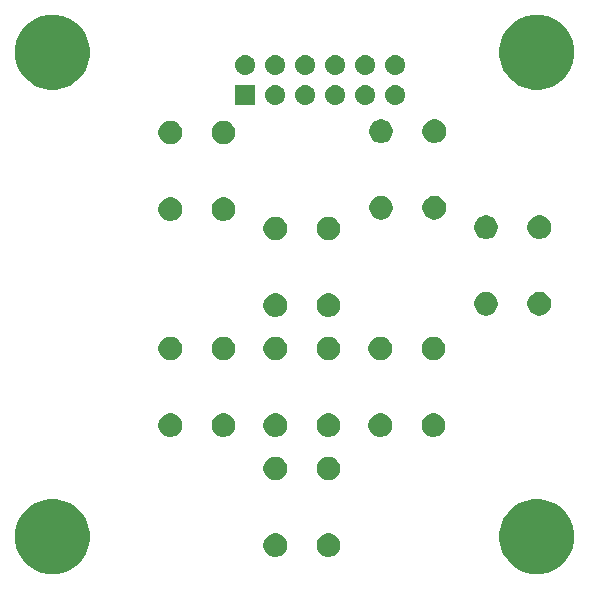
<source format=gbs>
G04 #@! TF.GenerationSoftware,KiCad,Pcbnew,(5.0.2)-1*
G04 #@! TF.CreationDate,2019-09-26T13:37:58-04:00*
G04 #@! TF.ProjectId,JoyPad,4a6f7950-6164-42e6-9b69-6361645f7063,X1*
G04 #@! TF.SameCoordinates,Original*
G04 #@! TF.FileFunction,Soldermask,Bot*
G04 #@! TF.FilePolarity,Negative*
%FSLAX46Y46*%
G04 Gerber Fmt 4.6, Leading zero omitted, Abs format (unit mm)*
G04 Created by KiCad (PCBNEW (5.0.2)-1) date 9/26/2019 1:37:58 PM*
%MOMM*%
%LPD*%
G01*
G04 APERTURE LIST*
%ADD10C,0.150000*%
G04 APERTURE END LIST*
D10*
G36*
X45926112Y-41947013D02*
X46503925Y-42186351D01*
X47023947Y-42533819D01*
X47466181Y-42976053D01*
X47813649Y-43496075D01*
X48052987Y-44073888D01*
X48175000Y-44687288D01*
X48175000Y-45312712D01*
X48052987Y-45926112D01*
X47813649Y-46503925D01*
X47466181Y-47023947D01*
X47023947Y-47466181D01*
X46503925Y-47813649D01*
X45926112Y-48052987D01*
X45312712Y-48175000D01*
X44687288Y-48175000D01*
X44073888Y-48052987D01*
X43496075Y-47813649D01*
X42976053Y-47466181D01*
X42533819Y-47023947D01*
X42186351Y-46503925D01*
X41947013Y-45926112D01*
X41825000Y-45312712D01*
X41825000Y-44687288D01*
X41947013Y-44073888D01*
X42186351Y-43496075D01*
X42533819Y-42976053D01*
X42976053Y-42533819D01*
X43496075Y-42186351D01*
X44073888Y-41947013D01*
X44687288Y-41825000D01*
X45312712Y-41825000D01*
X45926112Y-41947013D01*
X45926112Y-41947013D01*
G37*
G36*
X4926112Y-41947013D02*
X5503925Y-42186351D01*
X6023947Y-42533819D01*
X6466181Y-42976053D01*
X6813649Y-43496075D01*
X7052987Y-44073888D01*
X7175000Y-44687288D01*
X7175000Y-45312712D01*
X7052987Y-45926112D01*
X6813649Y-46503925D01*
X6466181Y-47023947D01*
X6023947Y-47466181D01*
X5503925Y-47813649D01*
X4926112Y-48052987D01*
X4312712Y-48175000D01*
X3687288Y-48175000D01*
X3073888Y-48052987D01*
X2496075Y-47813649D01*
X1976053Y-47466181D01*
X1533819Y-47023947D01*
X1186351Y-46503925D01*
X947013Y-45926112D01*
X825000Y-45312712D01*
X825000Y-44687288D01*
X947013Y-44073888D01*
X1186351Y-43496075D01*
X1533819Y-42976053D01*
X1976053Y-42533819D01*
X2496075Y-42186351D01*
X3073888Y-41947013D01*
X3687288Y-41825000D01*
X4312712Y-41825000D01*
X4926112Y-41947013D01*
X4926112Y-41947013D01*
G37*
G36*
X27535770Y-44735372D02*
X27651689Y-44758429D01*
X27833678Y-44833811D01*
X27997463Y-44943249D01*
X28136751Y-45082537D01*
X28246189Y-45246322D01*
X28321571Y-45428311D01*
X28360000Y-45621509D01*
X28360000Y-45818491D01*
X28321571Y-46011689D01*
X28246189Y-46193678D01*
X28136751Y-46357463D01*
X27997463Y-46496751D01*
X27833678Y-46606189D01*
X27651689Y-46681571D01*
X27535770Y-46704628D01*
X27458493Y-46720000D01*
X27261507Y-46720000D01*
X27184230Y-46704628D01*
X27068311Y-46681571D01*
X26886322Y-46606189D01*
X26722537Y-46496751D01*
X26583249Y-46357463D01*
X26473811Y-46193678D01*
X26398429Y-46011689D01*
X26360000Y-45818491D01*
X26360000Y-45621509D01*
X26398429Y-45428311D01*
X26473811Y-45246322D01*
X26583249Y-45082537D01*
X26722537Y-44943249D01*
X26886322Y-44833811D01*
X27068311Y-44758429D01*
X27184230Y-44735372D01*
X27261507Y-44720000D01*
X27458493Y-44720000D01*
X27535770Y-44735372D01*
X27535770Y-44735372D01*
G37*
G36*
X23035770Y-44735372D02*
X23151689Y-44758429D01*
X23333678Y-44833811D01*
X23497463Y-44943249D01*
X23636751Y-45082537D01*
X23746189Y-45246322D01*
X23821571Y-45428311D01*
X23860000Y-45621509D01*
X23860000Y-45818491D01*
X23821571Y-46011689D01*
X23746189Y-46193678D01*
X23636751Y-46357463D01*
X23497463Y-46496751D01*
X23333678Y-46606189D01*
X23151689Y-46681571D01*
X23035770Y-46704628D01*
X22958493Y-46720000D01*
X22761507Y-46720000D01*
X22684230Y-46704628D01*
X22568311Y-46681571D01*
X22386322Y-46606189D01*
X22222537Y-46496751D01*
X22083249Y-46357463D01*
X21973811Y-46193678D01*
X21898429Y-46011689D01*
X21860000Y-45818491D01*
X21860000Y-45621509D01*
X21898429Y-45428311D01*
X21973811Y-45246322D01*
X22083249Y-45082537D01*
X22222537Y-44943249D01*
X22386322Y-44833811D01*
X22568311Y-44758429D01*
X22684230Y-44735372D01*
X22761507Y-44720000D01*
X22958493Y-44720000D01*
X23035770Y-44735372D01*
X23035770Y-44735372D01*
G37*
G36*
X27535770Y-38235372D02*
X27651689Y-38258429D01*
X27833678Y-38333811D01*
X27997463Y-38443249D01*
X28136751Y-38582537D01*
X28246189Y-38746322D01*
X28321571Y-38928311D01*
X28360000Y-39121509D01*
X28360000Y-39318491D01*
X28321571Y-39511689D01*
X28246189Y-39693678D01*
X28136751Y-39857463D01*
X27997463Y-39996751D01*
X27833678Y-40106189D01*
X27651689Y-40181571D01*
X27535770Y-40204628D01*
X27458493Y-40220000D01*
X27261507Y-40220000D01*
X27184230Y-40204628D01*
X27068311Y-40181571D01*
X26886322Y-40106189D01*
X26722537Y-39996751D01*
X26583249Y-39857463D01*
X26473811Y-39693678D01*
X26398429Y-39511689D01*
X26360000Y-39318491D01*
X26360000Y-39121509D01*
X26398429Y-38928311D01*
X26473811Y-38746322D01*
X26583249Y-38582537D01*
X26722537Y-38443249D01*
X26886322Y-38333811D01*
X27068311Y-38258429D01*
X27184230Y-38235372D01*
X27261507Y-38220000D01*
X27458493Y-38220000D01*
X27535770Y-38235372D01*
X27535770Y-38235372D01*
G37*
G36*
X23035770Y-38235372D02*
X23151689Y-38258429D01*
X23333678Y-38333811D01*
X23497463Y-38443249D01*
X23636751Y-38582537D01*
X23746189Y-38746322D01*
X23821571Y-38928311D01*
X23860000Y-39121509D01*
X23860000Y-39318491D01*
X23821571Y-39511689D01*
X23746189Y-39693678D01*
X23636751Y-39857463D01*
X23497463Y-39996751D01*
X23333678Y-40106189D01*
X23151689Y-40181571D01*
X23035770Y-40204628D01*
X22958493Y-40220000D01*
X22761507Y-40220000D01*
X22684230Y-40204628D01*
X22568311Y-40181571D01*
X22386322Y-40106189D01*
X22222537Y-39996751D01*
X22083249Y-39857463D01*
X21973811Y-39693678D01*
X21898429Y-39511689D01*
X21860000Y-39318491D01*
X21860000Y-39121509D01*
X21898429Y-38928311D01*
X21973811Y-38746322D01*
X22083249Y-38582537D01*
X22222537Y-38443249D01*
X22386322Y-38333811D01*
X22568311Y-38258429D01*
X22684230Y-38235372D01*
X22761507Y-38220000D01*
X22958493Y-38220000D01*
X23035770Y-38235372D01*
X23035770Y-38235372D01*
G37*
G36*
X31925770Y-34575372D02*
X32041689Y-34598429D01*
X32223678Y-34673811D01*
X32387463Y-34783249D01*
X32526751Y-34922537D01*
X32636189Y-35086322D01*
X32711571Y-35268311D01*
X32750000Y-35461509D01*
X32750000Y-35658491D01*
X32711571Y-35851689D01*
X32636189Y-36033678D01*
X32526751Y-36197463D01*
X32387463Y-36336751D01*
X32223678Y-36446189D01*
X32041689Y-36521571D01*
X31925770Y-36544628D01*
X31848493Y-36560000D01*
X31651507Y-36560000D01*
X31574230Y-36544628D01*
X31458311Y-36521571D01*
X31276322Y-36446189D01*
X31112537Y-36336751D01*
X30973249Y-36197463D01*
X30863811Y-36033678D01*
X30788429Y-35851689D01*
X30750000Y-35658491D01*
X30750000Y-35461509D01*
X30788429Y-35268311D01*
X30863811Y-35086322D01*
X30973249Y-34922537D01*
X31112537Y-34783249D01*
X31276322Y-34673811D01*
X31458311Y-34598429D01*
X31574230Y-34575372D01*
X31651507Y-34560000D01*
X31848493Y-34560000D01*
X31925770Y-34575372D01*
X31925770Y-34575372D01*
G37*
G36*
X36425770Y-34575372D02*
X36541689Y-34598429D01*
X36723678Y-34673811D01*
X36887463Y-34783249D01*
X37026751Y-34922537D01*
X37136189Y-35086322D01*
X37211571Y-35268311D01*
X37250000Y-35461509D01*
X37250000Y-35658491D01*
X37211571Y-35851689D01*
X37136189Y-36033678D01*
X37026751Y-36197463D01*
X36887463Y-36336751D01*
X36723678Y-36446189D01*
X36541689Y-36521571D01*
X36425770Y-36544628D01*
X36348493Y-36560000D01*
X36151507Y-36560000D01*
X36074230Y-36544628D01*
X35958311Y-36521571D01*
X35776322Y-36446189D01*
X35612537Y-36336751D01*
X35473249Y-36197463D01*
X35363811Y-36033678D01*
X35288429Y-35851689D01*
X35250000Y-35658491D01*
X35250000Y-35461509D01*
X35288429Y-35268311D01*
X35363811Y-35086322D01*
X35473249Y-34922537D01*
X35612537Y-34783249D01*
X35776322Y-34673811D01*
X35958311Y-34598429D01*
X36074230Y-34575372D01*
X36151507Y-34560000D01*
X36348493Y-34560000D01*
X36425770Y-34575372D01*
X36425770Y-34575372D01*
G37*
G36*
X27535770Y-34575372D02*
X27651689Y-34598429D01*
X27833678Y-34673811D01*
X27997463Y-34783249D01*
X28136751Y-34922537D01*
X28246189Y-35086322D01*
X28321571Y-35268311D01*
X28360000Y-35461509D01*
X28360000Y-35658491D01*
X28321571Y-35851689D01*
X28246189Y-36033678D01*
X28136751Y-36197463D01*
X27997463Y-36336751D01*
X27833678Y-36446189D01*
X27651689Y-36521571D01*
X27535770Y-36544628D01*
X27458493Y-36560000D01*
X27261507Y-36560000D01*
X27184230Y-36544628D01*
X27068311Y-36521571D01*
X26886322Y-36446189D01*
X26722537Y-36336751D01*
X26583249Y-36197463D01*
X26473811Y-36033678D01*
X26398429Y-35851689D01*
X26360000Y-35658491D01*
X26360000Y-35461509D01*
X26398429Y-35268311D01*
X26473811Y-35086322D01*
X26583249Y-34922537D01*
X26722537Y-34783249D01*
X26886322Y-34673811D01*
X27068311Y-34598429D01*
X27184230Y-34575372D01*
X27261507Y-34560000D01*
X27458493Y-34560000D01*
X27535770Y-34575372D01*
X27535770Y-34575372D01*
G37*
G36*
X23035770Y-34575372D02*
X23151689Y-34598429D01*
X23333678Y-34673811D01*
X23497463Y-34783249D01*
X23636751Y-34922537D01*
X23746189Y-35086322D01*
X23821571Y-35268311D01*
X23860000Y-35461509D01*
X23860000Y-35658491D01*
X23821571Y-35851689D01*
X23746189Y-36033678D01*
X23636751Y-36197463D01*
X23497463Y-36336751D01*
X23333678Y-36446189D01*
X23151689Y-36521571D01*
X23035770Y-36544628D01*
X22958493Y-36560000D01*
X22761507Y-36560000D01*
X22684230Y-36544628D01*
X22568311Y-36521571D01*
X22386322Y-36446189D01*
X22222537Y-36336751D01*
X22083249Y-36197463D01*
X21973811Y-36033678D01*
X21898429Y-35851689D01*
X21860000Y-35658491D01*
X21860000Y-35461509D01*
X21898429Y-35268311D01*
X21973811Y-35086322D01*
X22083249Y-34922537D01*
X22222537Y-34783249D01*
X22386322Y-34673811D01*
X22568311Y-34598429D01*
X22684230Y-34575372D01*
X22761507Y-34560000D01*
X22958493Y-34560000D01*
X23035770Y-34575372D01*
X23035770Y-34575372D01*
G37*
G36*
X14145770Y-34575372D02*
X14261689Y-34598429D01*
X14443678Y-34673811D01*
X14607463Y-34783249D01*
X14746751Y-34922537D01*
X14856189Y-35086322D01*
X14931571Y-35268311D01*
X14970000Y-35461509D01*
X14970000Y-35658491D01*
X14931571Y-35851689D01*
X14856189Y-36033678D01*
X14746751Y-36197463D01*
X14607463Y-36336751D01*
X14443678Y-36446189D01*
X14261689Y-36521571D01*
X14145770Y-36544628D01*
X14068493Y-36560000D01*
X13871507Y-36560000D01*
X13794230Y-36544628D01*
X13678311Y-36521571D01*
X13496322Y-36446189D01*
X13332537Y-36336751D01*
X13193249Y-36197463D01*
X13083811Y-36033678D01*
X13008429Y-35851689D01*
X12970000Y-35658491D01*
X12970000Y-35461509D01*
X13008429Y-35268311D01*
X13083811Y-35086322D01*
X13193249Y-34922537D01*
X13332537Y-34783249D01*
X13496322Y-34673811D01*
X13678311Y-34598429D01*
X13794230Y-34575372D01*
X13871507Y-34560000D01*
X14068493Y-34560000D01*
X14145770Y-34575372D01*
X14145770Y-34575372D01*
G37*
G36*
X18645770Y-34575372D02*
X18761689Y-34598429D01*
X18943678Y-34673811D01*
X19107463Y-34783249D01*
X19246751Y-34922537D01*
X19356189Y-35086322D01*
X19431571Y-35268311D01*
X19470000Y-35461509D01*
X19470000Y-35658491D01*
X19431571Y-35851689D01*
X19356189Y-36033678D01*
X19246751Y-36197463D01*
X19107463Y-36336751D01*
X18943678Y-36446189D01*
X18761689Y-36521571D01*
X18645770Y-36544628D01*
X18568493Y-36560000D01*
X18371507Y-36560000D01*
X18294230Y-36544628D01*
X18178311Y-36521571D01*
X17996322Y-36446189D01*
X17832537Y-36336751D01*
X17693249Y-36197463D01*
X17583811Y-36033678D01*
X17508429Y-35851689D01*
X17470000Y-35658491D01*
X17470000Y-35461509D01*
X17508429Y-35268311D01*
X17583811Y-35086322D01*
X17693249Y-34922537D01*
X17832537Y-34783249D01*
X17996322Y-34673811D01*
X18178311Y-34598429D01*
X18294230Y-34575372D01*
X18371507Y-34560000D01*
X18568493Y-34560000D01*
X18645770Y-34575372D01*
X18645770Y-34575372D01*
G37*
G36*
X18645770Y-28075372D02*
X18761689Y-28098429D01*
X18943678Y-28173811D01*
X19107463Y-28283249D01*
X19246751Y-28422537D01*
X19356189Y-28586322D01*
X19431571Y-28768311D01*
X19470000Y-28961509D01*
X19470000Y-29158491D01*
X19431571Y-29351689D01*
X19356189Y-29533678D01*
X19246751Y-29697463D01*
X19107463Y-29836751D01*
X18943678Y-29946189D01*
X18761689Y-30021571D01*
X18645770Y-30044628D01*
X18568493Y-30060000D01*
X18371507Y-30060000D01*
X18294230Y-30044628D01*
X18178311Y-30021571D01*
X17996322Y-29946189D01*
X17832537Y-29836751D01*
X17693249Y-29697463D01*
X17583811Y-29533678D01*
X17508429Y-29351689D01*
X17470000Y-29158491D01*
X17470000Y-28961509D01*
X17508429Y-28768311D01*
X17583811Y-28586322D01*
X17693249Y-28422537D01*
X17832537Y-28283249D01*
X17996322Y-28173811D01*
X18178311Y-28098429D01*
X18294230Y-28075372D01*
X18371507Y-28060000D01*
X18568493Y-28060000D01*
X18645770Y-28075372D01*
X18645770Y-28075372D01*
G37*
G36*
X36425770Y-28075372D02*
X36541689Y-28098429D01*
X36723678Y-28173811D01*
X36887463Y-28283249D01*
X37026751Y-28422537D01*
X37136189Y-28586322D01*
X37211571Y-28768311D01*
X37250000Y-28961509D01*
X37250000Y-29158491D01*
X37211571Y-29351689D01*
X37136189Y-29533678D01*
X37026751Y-29697463D01*
X36887463Y-29836751D01*
X36723678Y-29946189D01*
X36541689Y-30021571D01*
X36425770Y-30044628D01*
X36348493Y-30060000D01*
X36151507Y-30060000D01*
X36074230Y-30044628D01*
X35958311Y-30021571D01*
X35776322Y-29946189D01*
X35612537Y-29836751D01*
X35473249Y-29697463D01*
X35363811Y-29533678D01*
X35288429Y-29351689D01*
X35250000Y-29158491D01*
X35250000Y-28961509D01*
X35288429Y-28768311D01*
X35363811Y-28586322D01*
X35473249Y-28422537D01*
X35612537Y-28283249D01*
X35776322Y-28173811D01*
X35958311Y-28098429D01*
X36074230Y-28075372D01*
X36151507Y-28060000D01*
X36348493Y-28060000D01*
X36425770Y-28075372D01*
X36425770Y-28075372D01*
G37*
G36*
X31925770Y-28075372D02*
X32041689Y-28098429D01*
X32223678Y-28173811D01*
X32387463Y-28283249D01*
X32526751Y-28422537D01*
X32636189Y-28586322D01*
X32711571Y-28768311D01*
X32750000Y-28961509D01*
X32750000Y-29158491D01*
X32711571Y-29351689D01*
X32636189Y-29533678D01*
X32526751Y-29697463D01*
X32387463Y-29836751D01*
X32223678Y-29946189D01*
X32041689Y-30021571D01*
X31925770Y-30044628D01*
X31848493Y-30060000D01*
X31651507Y-30060000D01*
X31574230Y-30044628D01*
X31458311Y-30021571D01*
X31276322Y-29946189D01*
X31112537Y-29836751D01*
X30973249Y-29697463D01*
X30863811Y-29533678D01*
X30788429Y-29351689D01*
X30750000Y-29158491D01*
X30750000Y-28961509D01*
X30788429Y-28768311D01*
X30863811Y-28586322D01*
X30973249Y-28422537D01*
X31112537Y-28283249D01*
X31276322Y-28173811D01*
X31458311Y-28098429D01*
X31574230Y-28075372D01*
X31651507Y-28060000D01*
X31848493Y-28060000D01*
X31925770Y-28075372D01*
X31925770Y-28075372D01*
G37*
G36*
X27535770Y-28075372D02*
X27651689Y-28098429D01*
X27833678Y-28173811D01*
X27997463Y-28283249D01*
X28136751Y-28422537D01*
X28246189Y-28586322D01*
X28321571Y-28768311D01*
X28360000Y-28961509D01*
X28360000Y-29158491D01*
X28321571Y-29351689D01*
X28246189Y-29533678D01*
X28136751Y-29697463D01*
X27997463Y-29836751D01*
X27833678Y-29946189D01*
X27651689Y-30021571D01*
X27535770Y-30044628D01*
X27458493Y-30060000D01*
X27261507Y-30060000D01*
X27184230Y-30044628D01*
X27068311Y-30021571D01*
X26886322Y-29946189D01*
X26722537Y-29836751D01*
X26583249Y-29697463D01*
X26473811Y-29533678D01*
X26398429Y-29351689D01*
X26360000Y-29158491D01*
X26360000Y-28961509D01*
X26398429Y-28768311D01*
X26473811Y-28586322D01*
X26583249Y-28422537D01*
X26722537Y-28283249D01*
X26886322Y-28173811D01*
X27068311Y-28098429D01*
X27184230Y-28075372D01*
X27261507Y-28060000D01*
X27458493Y-28060000D01*
X27535770Y-28075372D01*
X27535770Y-28075372D01*
G37*
G36*
X23035770Y-28075372D02*
X23151689Y-28098429D01*
X23333678Y-28173811D01*
X23497463Y-28283249D01*
X23636751Y-28422537D01*
X23746189Y-28586322D01*
X23821571Y-28768311D01*
X23860000Y-28961509D01*
X23860000Y-29158491D01*
X23821571Y-29351689D01*
X23746189Y-29533678D01*
X23636751Y-29697463D01*
X23497463Y-29836751D01*
X23333678Y-29946189D01*
X23151689Y-30021571D01*
X23035770Y-30044628D01*
X22958493Y-30060000D01*
X22761507Y-30060000D01*
X22684230Y-30044628D01*
X22568311Y-30021571D01*
X22386322Y-29946189D01*
X22222537Y-29836751D01*
X22083249Y-29697463D01*
X21973811Y-29533678D01*
X21898429Y-29351689D01*
X21860000Y-29158491D01*
X21860000Y-28961509D01*
X21898429Y-28768311D01*
X21973811Y-28586322D01*
X22083249Y-28422537D01*
X22222537Y-28283249D01*
X22386322Y-28173811D01*
X22568311Y-28098429D01*
X22684230Y-28075372D01*
X22761507Y-28060000D01*
X22958493Y-28060000D01*
X23035770Y-28075372D01*
X23035770Y-28075372D01*
G37*
G36*
X14145770Y-28075372D02*
X14261689Y-28098429D01*
X14443678Y-28173811D01*
X14607463Y-28283249D01*
X14746751Y-28422537D01*
X14856189Y-28586322D01*
X14931571Y-28768311D01*
X14970000Y-28961509D01*
X14970000Y-29158491D01*
X14931571Y-29351689D01*
X14856189Y-29533678D01*
X14746751Y-29697463D01*
X14607463Y-29836751D01*
X14443678Y-29946189D01*
X14261689Y-30021571D01*
X14145770Y-30044628D01*
X14068493Y-30060000D01*
X13871507Y-30060000D01*
X13794230Y-30044628D01*
X13678311Y-30021571D01*
X13496322Y-29946189D01*
X13332537Y-29836751D01*
X13193249Y-29697463D01*
X13083811Y-29533678D01*
X13008429Y-29351689D01*
X12970000Y-29158491D01*
X12970000Y-28961509D01*
X13008429Y-28768311D01*
X13083811Y-28586322D01*
X13193249Y-28422537D01*
X13332537Y-28283249D01*
X13496322Y-28173811D01*
X13678311Y-28098429D01*
X13794230Y-28075372D01*
X13871507Y-28060000D01*
X14068493Y-28060000D01*
X14145770Y-28075372D01*
X14145770Y-28075372D01*
G37*
G36*
X27535770Y-24415372D02*
X27651689Y-24438429D01*
X27833678Y-24513811D01*
X27997463Y-24623249D01*
X28136751Y-24762537D01*
X28246189Y-24926322D01*
X28321571Y-25108311D01*
X28360000Y-25301509D01*
X28360000Y-25498491D01*
X28321571Y-25691689D01*
X28246189Y-25873678D01*
X28136751Y-26037463D01*
X27997463Y-26176751D01*
X27833678Y-26286189D01*
X27651689Y-26361571D01*
X27535770Y-26384628D01*
X27458493Y-26400000D01*
X27261507Y-26400000D01*
X27184230Y-26384628D01*
X27068311Y-26361571D01*
X26886322Y-26286189D01*
X26722537Y-26176751D01*
X26583249Y-26037463D01*
X26473811Y-25873678D01*
X26398429Y-25691689D01*
X26360000Y-25498491D01*
X26360000Y-25301509D01*
X26398429Y-25108311D01*
X26473811Y-24926322D01*
X26583249Y-24762537D01*
X26722537Y-24623249D01*
X26886322Y-24513811D01*
X27068311Y-24438429D01*
X27184230Y-24415372D01*
X27261507Y-24400000D01*
X27458493Y-24400000D01*
X27535770Y-24415372D01*
X27535770Y-24415372D01*
G37*
G36*
X23035770Y-24415372D02*
X23151689Y-24438429D01*
X23333678Y-24513811D01*
X23497463Y-24623249D01*
X23636751Y-24762537D01*
X23746189Y-24926322D01*
X23821571Y-25108311D01*
X23860000Y-25301509D01*
X23860000Y-25498491D01*
X23821571Y-25691689D01*
X23746189Y-25873678D01*
X23636751Y-26037463D01*
X23497463Y-26176751D01*
X23333678Y-26286189D01*
X23151689Y-26361571D01*
X23035770Y-26384628D01*
X22958493Y-26400000D01*
X22761507Y-26400000D01*
X22684230Y-26384628D01*
X22568311Y-26361571D01*
X22386322Y-26286189D01*
X22222537Y-26176751D01*
X22083249Y-26037463D01*
X21973811Y-25873678D01*
X21898429Y-25691689D01*
X21860000Y-25498491D01*
X21860000Y-25301509D01*
X21898429Y-25108311D01*
X21973811Y-24926322D01*
X22083249Y-24762537D01*
X22222537Y-24623249D01*
X22386322Y-24513811D01*
X22568311Y-24438429D01*
X22684230Y-24415372D01*
X22761507Y-24400000D01*
X22958493Y-24400000D01*
X23035770Y-24415372D01*
X23035770Y-24415372D01*
G37*
G36*
X40887770Y-24311372D02*
X41003689Y-24334429D01*
X41185678Y-24409811D01*
X41349463Y-24519249D01*
X41488751Y-24658537D01*
X41598189Y-24822322D01*
X41673571Y-25004311D01*
X41712000Y-25197509D01*
X41712000Y-25394491D01*
X41673571Y-25587689D01*
X41598189Y-25769678D01*
X41488751Y-25933463D01*
X41349463Y-26072751D01*
X41185678Y-26182189D01*
X41003689Y-26257571D01*
X40887770Y-26280628D01*
X40810493Y-26296000D01*
X40613507Y-26296000D01*
X40536230Y-26280628D01*
X40420311Y-26257571D01*
X40238322Y-26182189D01*
X40074537Y-26072751D01*
X39935249Y-25933463D01*
X39825811Y-25769678D01*
X39750429Y-25587689D01*
X39712000Y-25394491D01*
X39712000Y-25197509D01*
X39750429Y-25004311D01*
X39825811Y-24822322D01*
X39935249Y-24658537D01*
X40074537Y-24519249D01*
X40238322Y-24409811D01*
X40420311Y-24334429D01*
X40536230Y-24311372D01*
X40613507Y-24296000D01*
X40810493Y-24296000D01*
X40887770Y-24311372D01*
X40887770Y-24311372D01*
G37*
G36*
X45387770Y-24311372D02*
X45503689Y-24334429D01*
X45685678Y-24409811D01*
X45849463Y-24519249D01*
X45988751Y-24658537D01*
X46098189Y-24822322D01*
X46173571Y-25004311D01*
X46212000Y-25197509D01*
X46212000Y-25394491D01*
X46173571Y-25587689D01*
X46098189Y-25769678D01*
X45988751Y-25933463D01*
X45849463Y-26072751D01*
X45685678Y-26182189D01*
X45503689Y-26257571D01*
X45387770Y-26280628D01*
X45310493Y-26296000D01*
X45113507Y-26296000D01*
X45036230Y-26280628D01*
X44920311Y-26257571D01*
X44738322Y-26182189D01*
X44574537Y-26072751D01*
X44435249Y-25933463D01*
X44325811Y-25769678D01*
X44250429Y-25587689D01*
X44212000Y-25394491D01*
X44212000Y-25197509D01*
X44250429Y-25004311D01*
X44325811Y-24822322D01*
X44435249Y-24658537D01*
X44574537Y-24519249D01*
X44738322Y-24409811D01*
X44920311Y-24334429D01*
X45036230Y-24311372D01*
X45113507Y-24296000D01*
X45310493Y-24296000D01*
X45387770Y-24311372D01*
X45387770Y-24311372D01*
G37*
G36*
X27535770Y-17915372D02*
X27651689Y-17938429D01*
X27833678Y-18013811D01*
X27997463Y-18123249D01*
X28136751Y-18262537D01*
X28246189Y-18426322D01*
X28321571Y-18608311D01*
X28360000Y-18801509D01*
X28360000Y-18998491D01*
X28321571Y-19191689D01*
X28246189Y-19373678D01*
X28136751Y-19537463D01*
X27997463Y-19676751D01*
X27833678Y-19786189D01*
X27651689Y-19861571D01*
X27535770Y-19884628D01*
X27458493Y-19900000D01*
X27261507Y-19900000D01*
X27184230Y-19884628D01*
X27068311Y-19861571D01*
X26886322Y-19786189D01*
X26722537Y-19676751D01*
X26583249Y-19537463D01*
X26473811Y-19373678D01*
X26398429Y-19191689D01*
X26360000Y-18998491D01*
X26360000Y-18801509D01*
X26398429Y-18608311D01*
X26473811Y-18426322D01*
X26583249Y-18262537D01*
X26722537Y-18123249D01*
X26886322Y-18013811D01*
X27068311Y-17938429D01*
X27184230Y-17915372D01*
X27261507Y-17900000D01*
X27458493Y-17900000D01*
X27535770Y-17915372D01*
X27535770Y-17915372D01*
G37*
G36*
X23035770Y-17915372D02*
X23151689Y-17938429D01*
X23333678Y-18013811D01*
X23497463Y-18123249D01*
X23636751Y-18262537D01*
X23746189Y-18426322D01*
X23821571Y-18608311D01*
X23860000Y-18801509D01*
X23860000Y-18998491D01*
X23821571Y-19191689D01*
X23746189Y-19373678D01*
X23636751Y-19537463D01*
X23497463Y-19676751D01*
X23333678Y-19786189D01*
X23151689Y-19861571D01*
X23035770Y-19884628D01*
X22958493Y-19900000D01*
X22761507Y-19900000D01*
X22684230Y-19884628D01*
X22568311Y-19861571D01*
X22386322Y-19786189D01*
X22222537Y-19676751D01*
X22083249Y-19537463D01*
X21973811Y-19373678D01*
X21898429Y-19191689D01*
X21860000Y-18998491D01*
X21860000Y-18801509D01*
X21898429Y-18608311D01*
X21973811Y-18426322D01*
X22083249Y-18262537D01*
X22222537Y-18123249D01*
X22386322Y-18013811D01*
X22568311Y-17938429D01*
X22684230Y-17915372D01*
X22761507Y-17900000D01*
X22958493Y-17900000D01*
X23035770Y-17915372D01*
X23035770Y-17915372D01*
G37*
G36*
X40887770Y-17811372D02*
X41003689Y-17834429D01*
X41185678Y-17909811D01*
X41349463Y-18019249D01*
X41488751Y-18158537D01*
X41598189Y-18322322D01*
X41673571Y-18504311D01*
X41712000Y-18697509D01*
X41712000Y-18894491D01*
X41673571Y-19087689D01*
X41598189Y-19269678D01*
X41488751Y-19433463D01*
X41349463Y-19572751D01*
X41185678Y-19682189D01*
X41003689Y-19757571D01*
X40887770Y-19780628D01*
X40810493Y-19796000D01*
X40613507Y-19796000D01*
X40536230Y-19780628D01*
X40420311Y-19757571D01*
X40238322Y-19682189D01*
X40074537Y-19572751D01*
X39935249Y-19433463D01*
X39825811Y-19269678D01*
X39750429Y-19087689D01*
X39712000Y-18894491D01*
X39712000Y-18697509D01*
X39750429Y-18504311D01*
X39825811Y-18322322D01*
X39935249Y-18158537D01*
X40074537Y-18019249D01*
X40238322Y-17909811D01*
X40420311Y-17834429D01*
X40536230Y-17811372D01*
X40613507Y-17796000D01*
X40810493Y-17796000D01*
X40887770Y-17811372D01*
X40887770Y-17811372D01*
G37*
G36*
X45387770Y-17811372D02*
X45503689Y-17834429D01*
X45685678Y-17909811D01*
X45849463Y-18019249D01*
X45988751Y-18158537D01*
X46098189Y-18322322D01*
X46173571Y-18504311D01*
X46212000Y-18697509D01*
X46212000Y-18894491D01*
X46173571Y-19087689D01*
X46098189Y-19269678D01*
X45988751Y-19433463D01*
X45849463Y-19572751D01*
X45685678Y-19682189D01*
X45503689Y-19757571D01*
X45387770Y-19780628D01*
X45310493Y-19796000D01*
X45113507Y-19796000D01*
X45036230Y-19780628D01*
X44920311Y-19757571D01*
X44738322Y-19682189D01*
X44574537Y-19572751D01*
X44435249Y-19433463D01*
X44325811Y-19269678D01*
X44250429Y-19087689D01*
X44212000Y-18894491D01*
X44212000Y-18697509D01*
X44250429Y-18504311D01*
X44325811Y-18322322D01*
X44435249Y-18158537D01*
X44574537Y-18019249D01*
X44738322Y-17909811D01*
X44920311Y-17834429D01*
X45036230Y-17811372D01*
X45113507Y-17796000D01*
X45310493Y-17796000D01*
X45387770Y-17811372D01*
X45387770Y-17811372D01*
G37*
G36*
X18645770Y-16287372D02*
X18761689Y-16310429D01*
X18943678Y-16385811D01*
X19107463Y-16495249D01*
X19246751Y-16634537D01*
X19356189Y-16798322D01*
X19431571Y-16980311D01*
X19470000Y-17173509D01*
X19470000Y-17370491D01*
X19431571Y-17563689D01*
X19356189Y-17745678D01*
X19246751Y-17909463D01*
X19107463Y-18048751D01*
X18943678Y-18158189D01*
X18761689Y-18233571D01*
X18645770Y-18256628D01*
X18568493Y-18272000D01*
X18371507Y-18272000D01*
X18294230Y-18256628D01*
X18178311Y-18233571D01*
X17996322Y-18158189D01*
X17832537Y-18048751D01*
X17693249Y-17909463D01*
X17583811Y-17745678D01*
X17508429Y-17563689D01*
X17470000Y-17370491D01*
X17470000Y-17173509D01*
X17508429Y-16980311D01*
X17583811Y-16798322D01*
X17693249Y-16634537D01*
X17832537Y-16495249D01*
X17996322Y-16385811D01*
X18178311Y-16310429D01*
X18294230Y-16287372D01*
X18371507Y-16272000D01*
X18568493Y-16272000D01*
X18645770Y-16287372D01*
X18645770Y-16287372D01*
G37*
G36*
X14145770Y-16287372D02*
X14261689Y-16310429D01*
X14443678Y-16385811D01*
X14607463Y-16495249D01*
X14746751Y-16634537D01*
X14856189Y-16798322D01*
X14931571Y-16980311D01*
X14970000Y-17173509D01*
X14970000Y-17370491D01*
X14931571Y-17563689D01*
X14856189Y-17745678D01*
X14746751Y-17909463D01*
X14607463Y-18048751D01*
X14443678Y-18158189D01*
X14261689Y-18233571D01*
X14145770Y-18256628D01*
X14068493Y-18272000D01*
X13871507Y-18272000D01*
X13794230Y-18256628D01*
X13678311Y-18233571D01*
X13496322Y-18158189D01*
X13332537Y-18048751D01*
X13193249Y-17909463D01*
X13083811Y-17745678D01*
X13008429Y-17563689D01*
X12970000Y-17370491D01*
X12970000Y-17173509D01*
X13008429Y-16980311D01*
X13083811Y-16798322D01*
X13193249Y-16634537D01*
X13332537Y-16495249D01*
X13496322Y-16385811D01*
X13678311Y-16310429D01*
X13794230Y-16287372D01*
X13871507Y-16272000D01*
X14068493Y-16272000D01*
X14145770Y-16287372D01*
X14145770Y-16287372D01*
G37*
G36*
X36497770Y-16183372D02*
X36613689Y-16206429D01*
X36795678Y-16281811D01*
X36959463Y-16391249D01*
X37098751Y-16530537D01*
X37208189Y-16694322D01*
X37283571Y-16876311D01*
X37322000Y-17069509D01*
X37322000Y-17266491D01*
X37283571Y-17459689D01*
X37208189Y-17641678D01*
X37098751Y-17805463D01*
X36959463Y-17944751D01*
X36795678Y-18054189D01*
X36613689Y-18129571D01*
X36497770Y-18152628D01*
X36420493Y-18168000D01*
X36223507Y-18168000D01*
X36146230Y-18152628D01*
X36030311Y-18129571D01*
X35848322Y-18054189D01*
X35684537Y-17944751D01*
X35545249Y-17805463D01*
X35435811Y-17641678D01*
X35360429Y-17459689D01*
X35322000Y-17266491D01*
X35322000Y-17069509D01*
X35360429Y-16876311D01*
X35435811Y-16694322D01*
X35545249Y-16530537D01*
X35684537Y-16391249D01*
X35848322Y-16281811D01*
X36030311Y-16206429D01*
X36146230Y-16183372D01*
X36223507Y-16168000D01*
X36420493Y-16168000D01*
X36497770Y-16183372D01*
X36497770Y-16183372D01*
G37*
G36*
X31997770Y-16183372D02*
X32113689Y-16206429D01*
X32295678Y-16281811D01*
X32459463Y-16391249D01*
X32598751Y-16530537D01*
X32708189Y-16694322D01*
X32783571Y-16876311D01*
X32822000Y-17069509D01*
X32822000Y-17266491D01*
X32783571Y-17459689D01*
X32708189Y-17641678D01*
X32598751Y-17805463D01*
X32459463Y-17944751D01*
X32295678Y-18054189D01*
X32113689Y-18129571D01*
X31997770Y-18152628D01*
X31920493Y-18168000D01*
X31723507Y-18168000D01*
X31646230Y-18152628D01*
X31530311Y-18129571D01*
X31348322Y-18054189D01*
X31184537Y-17944751D01*
X31045249Y-17805463D01*
X30935811Y-17641678D01*
X30860429Y-17459689D01*
X30822000Y-17266491D01*
X30822000Y-17069509D01*
X30860429Y-16876311D01*
X30935811Y-16694322D01*
X31045249Y-16530537D01*
X31184537Y-16391249D01*
X31348322Y-16281811D01*
X31530311Y-16206429D01*
X31646230Y-16183372D01*
X31723507Y-16168000D01*
X31920493Y-16168000D01*
X31997770Y-16183372D01*
X31997770Y-16183372D01*
G37*
G36*
X18645770Y-9787372D02*
X18761689Y-9810429D01*
X18943678Y-9885811D01*
X19107463Y-9995249D01*
X19246751Y-10134537D01*
X19356189Y-10298322D01*
X19431571Y-10480311D01*
X19470000Y-10673509D01*
X19470000Y-10870491D01*
X19431571Y-11063689D01*
X19356189Y-11245678D01*
X19246751Y-11409463D01*
X19107463Y-11548751D01*
X18943678Y-11658189D01*
X18761689Y-11733571D01*
X18645770Y-11756628D01*
X18568493Y-11772000D01*
X18371507Y-11772000D01*
X18294230Y-11756628D01*
X18178311Y-11733571D01*
X17996322Y-11658189D01*
X17832537Y-11548751D01*
X17693249Y-11409463D01*
X17583811Y-11245678D01*
X17508429Y-11063689D01*
X17470000Y-10870491D01*
X17470000Y-10673509D01*
X17508429Y-10480311D01*
X17583811Y-10298322D01*
X17693249Y-10134537D01*
X17832537Y-9995249D01*
X17996322Y-9885811D01*
X18178311Y-9810429D01*
X18294230Y-9787372D01*
X18371507Y-9772000D01*
X18568493Y-9772000D01*
X18645770Y-9787372D01*
X18645770Y-9787372D01*
G37*
G36*
X14145770Y-9787372D02*
X14261689Y-9810429D01*
X14443678Y-9885811D01*
X14607463Y-9995249D01*
X14746751Y-10134537D01*
X14856189Y-10298322D01*
X14931571Y-10480311D01*
X14970000Y-10673509D01*
X14970000Y-10870491D01*
X14931571Y-11063689D01*
X14856189Y-11245678D01*
X14746751Y-11409463D01*
X14607463Y-11548751D01*
X14443678Y-11658189D01*
X14261689Y-11733571D01*
X14145770Y-11756628D01*
X14068493Y-11772000D01*
X13871507Y-11772000D01*
X13794230Y-11756628D01*
X13678311Y-11733571D01*
X13496322Y-11658189D01*
X13332537Y-11548751D01*
X13193249Y-11409463D01*
X13083811Y-11245678D01*
X13008429Y-11063689D01*
X12970000Y-10870491D01*
X12970000Y-10673509D01*
X13008429Y-10480311D01*
X13083811Y-10298322D01*
X13193249Y-10134537D01*
X13332537Y-9995249D01*
X13496322Y-9885811D01*
X13678311Y-9810429D01*
X13794230Y-9787372D01*
X13871507Y-9772000D01*
X14068493Y-9772000D01*
X14145770Y-9787372D01*
X14145770Y-9787372D01*
G37*
G36*
X36497770Y-9683372D02*
X36613689Y-9706429D01*
X36795678Y-9781811D01*
X36959463Y-9891249D01*
X37098751Y-10030537D01*
X37208189Y-10194322D01*
X37283571Y-10376311D01*
X37322000Y-10569509D01*
X37322000Y-10766491D01*
X37283571Y-10959689D01*
X37208189Y-11141678D01*
X37098751Y-11305463D01*
X36959463Y-11444751D01*
X36795678Y-11554189D01*
X36613689Y-11629571D01*
X36497770Y-11652628D01*
X36420493Y-11668000D01*
X36223507Y-11668000D01*
X36146230Y-11652628D01*
X36030311Y-11629571D01*
X35848322Y-11554189D01*
X35684537Y-11444751D01*
X35545249Y-11305463D01*
X35435811Y-11141678D01*
X35360429Y-10959689D01*
X35322000Y-10766491D01*
X35322000Y-10569509D01*
X35360429Y-10376311D01*
X35435811Y-10194322D01*
X35545249Y-10030537D01*
X35684537Y-9891249D01*
X35848322Y-9781811D01*
X36030311Y-9706429D01*
X36146230Y-9683372D01*
X36223507Y-9668000D01*
X36420493Y-9668000D01*
X36497770Y-9683372D01*
X36497770Y-9683372D01*
G37*
G36*
X31997770Y-9683372D02*
X32113689Y-9706429D01*
X32295678Y-9781811D01*
X32459463Y-9891249D01*
X32598751Y-10030537D01*
X32708189Y-10194322D01*
X32783571Y-10376311D01*
X32822000Y-10569509D01*
X32822000Y-10766491D01*
X32783571Y-10959689D01*
X32708189Y-11141678D01*
X32598751Y-11305463D01*
X32459463Y-11444751D01*
X32295678Y-11554189D01*
X32113689Y-11629571D01*
X31997770Y-11652628D01*
X31920493Y-11668000D01*
X31723507Y-11668000D01*
X31646230Y-11652628D01*
X31530311Y-11629571D01*
X31348322Y-11554189D01*
X31184537Y-11444751D01*
X31045249Y-11305463D01*
X30935811Y-11141678D01*
X30860429Y-10959689D01*
X30822000Y-10766491D01*
X30822000Y-10569509D01*
X30860429Y-10376311D01*
X30935811Y-10194322D01*
X31045249Y-10030537D01*
X31184537Y-9891249D01*
X31348322Y-9781811D01*
X31530311Y-9706429D01*
X31646230Y-9683372D01*
X31723507Y-9668000D01*
X31920493Y-9668000D01*
X31997770Y-9683372D01*
X31997770Y-9683372D01*
G37*
G36*
X33186630Y-6782299D02*
X33346855Y-6830903D01*
X33494520Y-6909831D01*
X33623949Y-7016051D01*
X33730169Y-7145480D01*
X33809097Y-7293145D01*
X33857701Y-7453370D01*
X33874112Y-7620000D01*
X33857701Y-7786630D01*
X33809097Y-7946855D01*
X33730169Y-8094520D01*
X33623949Y-8223949D01*
X33494520Y-8330169D01*
X33346855Y-8409097D01*
X33186630Y-8457701D01*
X33061752Y-8470000D01*
X32978248Y-8470000D01*
X32853370Y-8457701D01*
X32693145Y-8409097D01*
X32545480Y-8330169D01*
X32416051Y-8223949D01*
X32309831Y-8094520D01*
X32230903Y-7946855D01*
X32182299Y-7786630D01*
X32165888Y-7620000D01*
X32182299Y-7453370D01*
X32230903Y-7293145D01*
X32309831Y-7145480D01*
X32416051Y-7016051D01*
X32545480Y-6909831D01*
X32693145Y-6830903D01*
X32853370Y-6782299D01*
X32978248Y-6770000D01*
X33061752Y-6770000D01*
X33186630Y-6782299D01*
X33186630Y-6782299D01*
G37*
G36*
X25566630Y-6782299D02*
X25726855Y-6830903D01*
X25874520Y-6909831D01*
X26003949Y-7016051D01*
X26110169Y-7145480D01*
X26189097Y-7293145D01*
X26237701Y-7453370D01*
X26254112Y-7620000D01*
X26237701Y-7786630D01*
X26189097Y-7946855D01*
X26110169Y-8094520D01*
X26003949Y-8223949D01*
X25874520Y-8330169D01*
X25726855Y-8409097D01*
X25566630Y-8457701D01*
X25441752Y-8470000D01*
X25358248Y-8470000D01*
X25233370Y-8457701D01*
X25073145Y-8409097D01*
X24925480Y-8330169D01*
X24796051Y-8223949D01*
X24689831Y-8094520D01*
X24610903Y-7946855D01*
X24562299Y-7786630D01*
X24545888Y-7620000D01*
X24562299Y-7453370D01*
X24610903Y-7293145D01*
X24689831Y-7145480D01*
X24796051Y-7016051D01*
X24925480Y-6909831D01*
X25073145Y-6830903D01*
X25233370Y-6782299D01*
X25358248Y-6770000D01*
X25441752Y-6770000D01*
X25566630Y-6782299D01*
X25566630Y-6782299D01*
G37*
G36*
X28106630Y-6782299D02*
X28266855Y-6830903D01*
X28414520Y-6909831D01*
X28543949Y-7016051D01*
X28650169Y-7145480D01*
X28729097Y-7293145D01*
X28777701Y-7453370D01*
X28794112Y-7620000D01*
X28777701Y-7786630D01*
X28729097Y-7946855D01*
X28650169Y-8094520D01*
X28543949Y-8223949D01*
X28414520Y-8330169D01*
X28266855Y-8409097D01*
X28106630Y-8457701D01*
X27981752Y-8470000D01*
X27898248Y-8470000D01*
X27773370Y-8457701D01*
X27613145Y-8409097D01*
X27465480Y-8330169D01*
X27336051Y-8223949D01*
X27229831Y-8094520D01*
X27150903Y-7946855D01*
X27102299Y-7786630D01*
X27085888Y-7620000D01*
X27102299Y-7453370D01*
X27150903Y-7293145D01*
X27229831Y-7145480D01*
X27336051Y-7016051D01*
X27465480Y-6909831D01*
X27613145Y-6830903D01*
X27773370Y-6782299D01*
X27898248Y-6770000D01*
X27981752Y-6770000D01*
X28106630Y-6782299D01*
X28106630Y-6782299D01*
G37*
G36*
X30646630Y-6782299D02*
X30806855Y-6830903D01*
X30954520Y-6909831D01*
X31083949Y-7016051D01*
X31190169Y-7145480D01*
X31269097Y-7293145D01*
X31317701Y-7453370D01*
X31334112Y-7620000D01*
X31317701Y-7786630D01*
X31269097Y-7946855D01*
X31190169Y-8094520D01*
X31083949Y-8223949D01*
X30954520Y-8330169D01*
X30806855Y-8409097D01*
X30646630Y-8457701D01*
X30521752Y-8470000D01*
X30438248Y-8470000D01*
X30313370Y-8457701D01*
X30153145Y-8409097D01*
X30005480Y-8330169D01*
X29876051Y-8223949D01*
X29769831Y-8094520D01*
X29690903Y-7946855D01*
X29642299Y-7786630D01*
X29625888Y-7620000D01*
X29642299Y-7453370D01*
X29690903Y-7293145D01*
X29769831Y-7145480D01*
X29876051Y-7016051D01*
X30005480Y-6909831D01*
X30153145Y-6830903D01*
X30313370Y-6782299D01*
X30438248Y-6770000D01*
X30521752Y-6770000D01*
X30646630Y-6782299D01*
X30646630Y-6782299D01*
G37*
G36*
X21170000Y-8470000D02*
X19470000Y-8470000D01*
X19470000Y-6770000D01*
X21170000Y-6770000D01*
X21170000Y-8470000D01*
X21170000Y-8470000D01*
G37*
G36*
X23026630Y-6782299D02*
X23186855Y-6830903D01*
X23334520Y-6909831D01*
X23463949Y-7016051D01*
X23570169Y-7145480D01*
X23649097Y-7293145D01*
X23697701Y-7453370D01*
X23714112Y-7620000D01*
X23697701Y-7786630D01*
X23649097Y-7946855D01*
X23570169Y-8094520D01*
X23463949Y-8223949D01*
X23334520Y-8330169D01*
X23186855Y-8409097D01*
X23026630Y-8457701D01*
X22901752Y-8470000D01*
X22818248Y-8470000D01*
X22693370Y-8457701D01*
X22533145Y-8409097D01*
X22385480Y-8330169D01*
X22256051Y-8223949D01*
X22149831Y-8094520D01*
X22070903Y-7946855D01*
X22022299Y-7786630D01*
X22005888Y-7620000D01*
X22022299Y-7453370D01*
X22070903Y-7293145D01*
X22149831Y-7145480D01*
X22256051Y-7016051D01*
X22385480Y-6909831D01*
X22533145Y-6830903D01*
X22693370Y-6782299D01*
X22818248Y-6770000D01*
X22901752Y-6770000D01*
X23026630Y-6782299D01*
X23026630Y-6782299D01*
G37*
G36*
X45926112Y-947013D02*
X46503925Y-1186351D01*
X47023947Y-1533819D01*
X47466181Y-1976053D01*
X47813649Y-2496075D01*
X48052987Y-3073888D01*
X48175000Y-3687288D01*
X48175000Y-4312712D01*
X48052987Y-4926112D01*
X47813649Y-5503925D01*
X47466181Y-6023947D01*
X47023947Y-6466181D01*
X46503925Y-6813649D01*
X45926112Y-7052987D01*
X45312712Y-7175000D01*
X44687288Y-7175000D01*
X44073888Y-7052987D01*
X43496075Y-6813649D01*
X42976053Y-6466181D01*
X42533819Y-6023947D01*
X42186351Y-5503925D01*
X41947013Y-4926112D01*
X41825000Y-4312712D01*
X41825000Y-3687288D01*
X41947013Y-3073888D01*
X42186351Y-2496075D01*
X42533819Y-1976053D01*
X42976053Y-1533819D01*
X43496075Y-1186351D01*
X44073888Y-947013D01*
X44687288Y-825000D01*
X45312712Y-825000D01*
X45926112Y-947013D01*
X45926112Y-947013D01*
G37*
G36*
X4926112Y-947013D02*
X5503925Y-1186351D01*
X6023947Y-1533819D01*
X6466181Y-1976053D01*
X6813649Y-2496075D01*
X7052987Y-3073888D01*
X7175000Y-3687288D01*
X7175000Y-4312712D01*
X7052987Y-4926112D01*
X6813649Y-5503925D01*
X6466181Y-6023947D01*
X6023947Y-6466181D01*
X5503925Y-6813649D01*
X4926112Y-7052987D01*
X4312712Y-7175000D01*
X3687288Y-7175000D01*
X3073888Y-7052987D01*
X2496075Y-6813649D01*
X1976053Y-6466181D01*
X1533819Y-6023947D01*
X1186351Y-5503925D01*
X947013Y-4926112D01*
X825000Y-4312712D01*
X825000Y-3687288D01*
X947013Y-3073888D01*
X1186351Y-2496075D01*
X1533819Y-1976053D01*
X1976053Y-1533819D01*
X2496075Y-1186351D01*
X3073888Y-947013D01*
X3687288Y-825000D01*
X4312712Y-825000D01*
X4926112Y-947013D01*
X4926112Y-947013D01*
G37*
G36*
X20486630Y-4242299D02*
X20646855Y-4290903D01*
X20794520Y-4369831D01*
X20923949Y-4476051D01*
X21030169Y-4605480D01*
X21109097Y-4753145D01*
X21157701Y-4913370D01*
X21174112Y-5080000D01*
X21157701Y-5246630D01*
X21109097Y-5406855D01*
X21030169Y-5554520D01*
X20923949Y-5683949D01*
X20794520Y-5790169D01*
X20646855Y-5869097D01*
X20486630Y-5917701D01*
X20361752Y-5930000D01*
X20278248Y-5930000D01*
X20153370Y-5917701D01*
X19993145Y-5869097D01*
X19845480Y-5790169D01*
X19716051Y-5683949D01*
X19609831Y-5554520D01*
X19530903Y-5406855D01*
X19482299Y-5246630D01*
X19465888Y-5080000D01*
X19482299Y-4913370D01*
X19530903Y-4753145D01*
X19609831Y-4605480D01*
X19716051Y-4476051D01*
X19845480Y-4369831D01*
X19993145Y-4290903D01*
X20153370Y-4242299D01*
X20278248Y-4230000D01*
X20361752Y-4230000D01*
X20486630Y-4242299D01*
X20486630Y-4242299D01*
G37*
G36*
X23026630Y-4242299D02*
X23186855Y-4290903D01*
X23334520Y-4369831D01*
X23463949Y-4476051D01*
X23570169Y-4605480D01*
X23649097Y-4753145D01*
X23697701Y-4913370D01*
X23714112Y-5080000D01*
X23697701Y-5246630D01*
X23649097Y-5406855D01*
X23570169Y-5554520D01*
X23463949Y-5683949D01*
X23334520Y-5790169D01*
X23186855Y-5869097D01*
X23026630Y-5917701D01*
X22901752Y-5930000D01*
X22818248Y-5930000D01*
X22693370Y-5917701D01*
X22533145Y-5869097D01*
X22385480Y-5790169D01*
X22256051Y-5683949D01*
X22149831Y-5554520D01*
X22070903Y-5406855D01*
X22022299Y-5246630D01*
X22005888Y-5080000D01*
X22022299Y-4913370D01*
X22070903Y-4753145D01*
X22149831Y-4605480D01*
X22256051Y-4476051D01*
X22385480Y-4369831D01*
X22533145Y-4290903D01*
X22693370Y-4242299D01*
X22818248Y-4230000D01*
X22901752Y-4230000D01*
X23026630Y-4242299D01*
X23026630Y-4242299D01*
G37*
G36*
X25566630Y-4242299D02*
X25726855Y-4290903D01*
X25874520Y-4369831D01*
X26003949Y-4476051D01*
X26110169Y-4605480D01*
X26189097Y-4753145D01*
X26237701Y-4913370D01*
X26254112Y-5080000D01*
X26237701Y-5246630D01*
X26189097Y-5406855D01*
X26110169Y-5554520D01*
X26003949Y-5683949D01*
X25874520Y-5790169D01*
X25726855Y-5869097D01*
X25566630Y-5917701D01*
X25441752Y-5930000D01*
X25358248Y-5930000D01*
X25233370Y-5917701D01*
X25073145Y-5869097D01*
X24925480Y-5790169D01*
X24796051Y-5683949D01*
X24689831Y-5554520D01*
X24610903Y-5406855D01*
X24562299Y-5246630D01*
X24545888Y-5080000D01*
X24562299Y-4913370D01*
X24610903Y-4753145D01*
X24689831Y-4605480D01*
X24796051Y-4476051D01*
X24925480Y-4369831D01*
X25073145Y-4290903D01*
X25233370Y-4242299D01*
X25358248Y-4230000D01*
X25441752Y-4230000D01*
X25566630Y-4242299D01*
X25566630Y-4242299D01*
G37*
G36*
X28106630Y-4242299D02*
X28266855Y-4290903D01*
X28414520Y-4369831D01*
X28543949Y-4476051D01*
X28650169Y-4605480D01*
X28729097Y-4753145D01*
X28777701Y-4913370D01*
X28794112Y-5080000D01*
X28777701Y-5246630D01*
X28729097Y-5406855D01*
X28650169Y-5554520D01*
X28543949Y-5683949D01*
X28414520Y-5790169D01*
X28266855Y-5869097D01*
X28106630Y-5917701D01*
X27981752Y-5930000D01*
X27898248Y-5930000D01*
X27773370Y-5917701D01*
X27613145Y-5869097D01*
X27465480Y-5790169D01*
X27336051Y-5683949D01*
X27229831Y-5554520D01*
X27150903Y-5406855D01*
X27102299Y-5246630D01*
X27085888Y-5080000D01*
X27102299Y-4913370D01*
X27150903Y-4753145D01*
X27229831Y-4605480D01*
X27336051Y-4476051D01*
X27465480Y-4369831D01*
X27613145Y-4290903D01*
X27773370Y-4242299D01*
X27898248Y-4230000D01*
X27981752Y-4230000D01*
X28106630Y-4242299D01*
X28106630Y-4242299D01*
G37*
G36*
X30646630Y-4242299D02*
X30806855Y-4290903D01*
X30954520Y-4369831D01*
X31083949Y-4476051D01*
X31190169Y-4605480D01*
X31269097Y-4753145D01*
X31317701Y-4913370D01*
X31334112Y-5080000D01*
X31317701Y-5246630D01*
X31269097Y-5406855D01*
X31190169Y-5554520D01*
X31083949Y-5683949D01*
X30954520Y-5790169D01*
X30806855Y-5869097D01*
X30646630Y-5917701D01*
X30521752Y-5930000D01*
X30438248Y-5930000D01*
X30313370Y-5917701D01*
X30153145Y-5869097D01*
X30005480Y-5790169D01*
X29876051Y-5683949D01*
X29769831Y-5554520D01*
X29690903Y-5406855D01*
X29642299Y-5246630D01*
X29625888Y-5080000D01*
X29642299Y-4913370D01*
X29690903Y-4753145D01*
X29769831Y-4605480D01*
X29876051Y-4476051D01*
X30005480Y-4369831D01*
X30153145Y-4290903D01*
X30313370Y-4242299D01*
X30438248Y-4230000D01*
X30521752Y-4230000D01*
X30646630Y-4242299D01*
X30646630Y-4242299D01*
G37*
G36*
X33186630Y-4242299D02*
X33346855Y-4290903D01*
X33494520Y-4369831D01*
X33623949Y-4476051D01*
X33730169Y-4605480D01*
X33809097Y-4753145D01*
X33857701Y-4913370D01*
X33874112Y-5080000D01*
X33857701Y-5246630D01*
X33809097Y-5406855D01*
X33730169Y-5554520D01*
X33623949Y-5683949D01*
X33494520Y-5790169D01*
X33346855Y-5869097D01*
X33186630Y-5917701D01*
X33061752Y-5930000D01*
X32978248Y-5930000D01*
X32853370Y-5917701D01*
X32693145Y-5869097D01*
X32545480Y-5790169D01*
X32416051Y-5683949D01*
X32309831Y-5554520D01*
X32230903Y-5406855D01*
X32182299Y-5246630D01*
X32165888Y-5080000D01*
X32182299Y-4913370D01*
X32230903Y-4753145D01*
X32309831Y-4605480D01*
X32416051Y-4476051D01*
X32545480Y-4369831D01*
X32693145Y-4290903D01*
X32853370Y-4242299D01*
X32978248Y-4230000D01*
X33061752Y-4230000D01*
X33186630Y-4242299D01*
X33186630Y-4242299D01*
G37*
M02*

</source>
